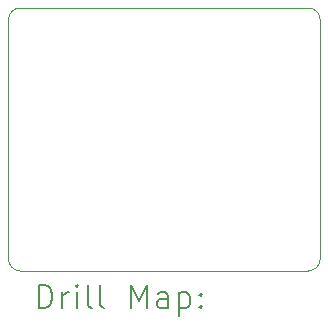
<source format=gbr>
%TF.GenerationSoftware,KiCad,Pcbnew,8.0.1*%
%TF.CreationDate,2024-03-24T02:17:48+01:00*%
%TF.ProjectId,bypass,62797061-7373-42e6-9b69-6361645f7063,rev?*%
%TF.SameCoordinates,Original*%
%TF.FileFunction,Drillmap*%
%TF.FilePolarity,Positive*%
%FSLAX45Y45*%
G04 Gerber Fmt 4.5, Leading zero omitted, Abs format (unit mm)*
G04 Created by KiCad (PCBNEW 8.0.1) date 2024-03-24 02:17:48*
%MOMM*%
%LPD*%
G01*
G04 APERTURE LIST*
%ADD10C,0.100000*%
%ADD11C,0.200000*%
G04 APERTURE END LIST*
D10*
X13630000Y-4225000D02*
G75*
G02*
X13530000Y-4125000I0J100000D01*
G01*
X13630000Y-2000000D02*
X16070000Y-2000000D01*
X16070000Y-4225000D02*
X13630000Y-4225000D01*
X13530000Y-2100000D02*
G75*
G02*
X13630000Y-2000000I100000J0D01*
G01*
X13530000Y-4125000D02*
X13530000Y-2100000D01*
X16170000Y-2100000D02*
X16170000Y-4125000D01*
X16170000Y-4125000D02*
G75*
G02*
X16070000Y-4225000I-100000J0D01*
G01*
X16070000Y-2000000D02*
G75*
G02*
X16170000Y-2100000I0J-100000D01*
G01*
D11*
X13785777Y-4541484D02*
X13785777Y-4341484D01*
X13785777Y-4341484D02*
X13833396Y-4341484D01*
X13833396Y-4341484D02*
X13861967Y-4351008D01*
X13861967Y-4351008D02*
X13881015Y-4370055D01*
X13881015Y-4370055D02*
X13890539Y-4389103D01*
X13890539Y-4389103D02*
X13900062Y-4427198D01*
X13900062Y-4427198D02*
X13900062Y-4455770D01*
X13900062Y-4455770D02*
X13890539Y-4493865D01*
X13890539Y-4493865D02*
X13881015Y-4512912D01*
X13881015Y-4512912D02*
X13861967Y-4531960D01*
X13861967Y-4531960D02*
X13833396Y-4541484D01*
X13833396Y-4541484D02*
X13785777Y-4541484D01*
X13985777Y-4541484D02*
X13985777Y-4408150D01*
X13985777Y-4446246D02*
X13995301Y-4427198D01*
X13995301Y-4427198D02*
X14004824Y-4417674D01*
X14004824Y-4417674D02*
X14023872Y-4408150D01*
X14023872Y-4408150D02*
X14042920Y-4408150D01*
X14109586Y-4541484D02*
X14109586Y-4408150D01*
X14109586Y-4341484D02*
X14100062Y-4351008D01*
X14100062Y-4351008D02*
X14109586Y-4360531D01*
X14109586Y-4360531D02*
X14119110Y-4351008D01*
X14119110Y-4351008D02*
X14109586Y-4341484D01*
X14109586Y-4341484D02*
X14109586Y-4360531D01*
X14233396Y-4541484D02*
X14214348Y-4531960D01*
X14214348Y-4531960D02*
X14204824Y-4512912D01*
X14204824Y-4512912D02*
X14204824Y-4341484D01*
X14338158Y-4541484D02*
X14319110Y-4531960D01*
X14319110Y-4531960D02*
X14309586Y-4512912D01*
X14309586Y-4512912D02*
X14309586Y-4341484D01*
X14566729Y-4541484D02*
X14566729Y-4341484D01*
X14566729Y-4341484D02*
X14633396Y-4484341D01*
X14633396Y-4484341D02*
X14700062Y-4341484D01*
X14700062Y-4341484D02*
X14700062Y-4541484D01*
X14881015Y-4541484D02*
X14881015Y-4436722D01*
X14881015Y-4436722D02*
X14871491Y-4417674D01*
X14871491Y-4417674D02*
X14852443Y-4408150D01*
X14852443Y-4408150D02*
X14814348Y-4408150D01*
X14814348Y-4408150D02*
X14795301Y-4417674D01*
X14881015Y-4531960D02*
X14861967Y-4541484D01*
X14861967Y-4541484D02*
X14814348Y-4541484D01*
X14814348Y-4541484D02*
X14795301Y-4531960D01*
X14795301Y-4531960D02*
X14785777Y-4512912D01*
X14785777Y-4512912D02*
X14785777Y-4493865D01*
X14785777Y-4493865D02*
X14795301Y-4474817D01*
X14795301Y-4474817D02*
X14814348Y-4465293D01*
X14814348Y-4465293D02*
X14861967Y-4465293D01*
X14861967Y-4465293D02*
X14881015Y-4455770D01*
X14976253Y-4408150D02*
X14976253Y-4608150D01*
X14976253Y-4417674D02*
X14995301Y-4408150D01*
X14995301Y-4408150D02*
X15033396Y-4408150D01*
X15033396Y-4408150D02*
X15052443Y-4417674D01*
X15052443Y-4417674D02*
X15061967Y-4427198D01*
X15061967Y-4427198D02*
X15071491Y-4446246D01*
X15071491Y-4446246D02*
X15071491Y-4503389D01*
X15071491Y-4503389D02*
X15061967Y-4522436D01*
X15061967Y-4522436D02*
X15052443Y-4531960D01*
X15052443Y-4531960D02*
X15033396Y-4541484D01*
X15033396Y-4541484D02*
X14995301Y-4541484D01*
X14995301Y-4541484D02*
X14976253Y-4531960D01*
X15157205Y-4522436D02*
X15166729Y-4531960D01*
X15166729Y-4531960D02*
X15157205Y-4541484D01*
X15157205Y-4541484D02*
X15147682Y-4531960D01*
X15147682Y-4531960D02*
X15157205Y-4522436D01*
X15157205Y-4522436D02*
X15157205Y-4541484D01*
X15157205Y-4417674D02*
X15166729Y-4427198D01*
X15166729Y-4427198D02*
X15157205Y-4436722D01*
X15157205Y-4436722D02*
X15147682Y-4427198D01*
X15147682Y-4427198D02*
X15157205Y-4417674D01*
X15157205Y-4417674D02*
X15157205Y-4436722D01*
M02*

</source>
